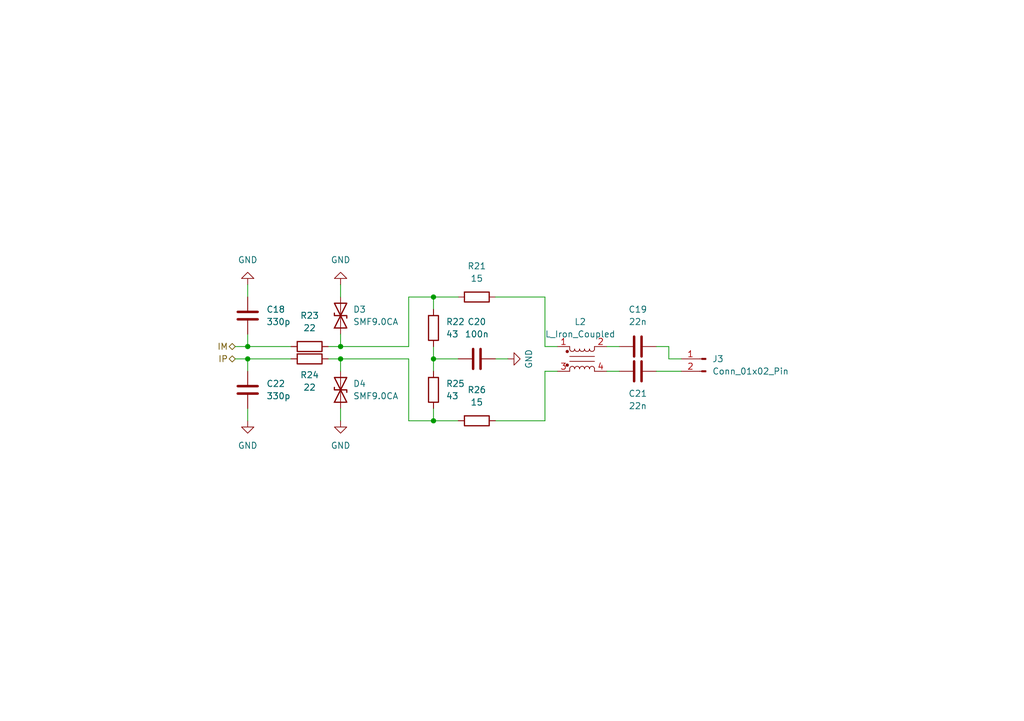
<source format=kicad_sch>
(kicad_sch (version 20231120) (generator "eeschema") (generator_version "8.0")
  (paper "A5")
  (lib_symbols
    (symbol "Connector:Conn_01x02_Pin" (pin_names (offset 1.016) hide)
      (property "Reference" "J" (at 0 2.54 0))
      (property "Value" "Conn_01x02_Pin" (at 0 -5.08 0))
      (symbol "Conn_01x02_Pin_1_1"
        (polyline (pts (xy 1.27 -2.54) (xy 0.8636 -2.54)) (stroke (width 0.1524)))
        (polyline (pts (xy 1.27 0) (xy 0.8636 0)) (stroke (width 0.1524)))
        (rectangle (start 0.8636 -2.413) (end 0 -2.667) (stroke (width 0.1524)) (fill (type outline)))
        (rectangle (start 0.8636 0.127) (end 0 -0.127) (stroke (width 0.1524)) (fill (type outline)))
        (pin passive line (at 5.08 0 180) (length 3.81) (name "Pin_1") (number "1"))
        (pin passive line (at 5.08 -2.54 180) (length 3.81) (name "Pin_2") (number "2"))
      )
    )
    (symbol "Device:C" (pin_numbers hide) (pin_names (offset 0.254))
      (property "Reference" "C" (at 0.635 2.54 0))
      (property "Value" "C" (at 0.635 -2.54 0))
      (symbol "C_0_1"
        (polyline (pts (xy -2.032 -0.762) (xy 2.032 -0.762)) (stroke (width 0.508)))
        (polyline (pts (xy -2.032 0.762) (xy 2.032 0.762)) (stroke (width 0.508)))
      )
      (symbol "C_1_1"
        (pin passive line (at 0 3.81 270) (length 2.794) (name "~") (number "1"))
        (pin passive line (at 0 -3.81 90) (length 2.794) (name "~") (number "2"))
      )
    )
    (symbol "Device:D_TVS" (pin_numbers hide) (pin_names (offset 1.016) hide)
      (property "Reference" "D" (at 0 2.54 0))
      (property "Value" "D_TVS" (at 0 -2.54 0))
      (symbol "D_TVS_0_1"
        (polyline (pts (xy 1.27 0) (xy -1.27 0)))
        (polyline (pts (xy 0.508 1.27) (xy 0 1.27) (xy 0 -1.27) (xy -0.508 -1.27)) (stroke (width 0.254)))
        (polyline (pts (xy -2.54 1.27) (xy -2.54 -1.27) (xy 2.54 1.27) (xy 2.54 -1.27) (xy -2.54 1.27)) (stroke (width 0.254)))
      )
      (symbol "D_TVS_1_1"
        (pin passive line (at -3.81 0 0) (length 2.54) (name "A1") (number "1"))
        (pin passive line (at 3.81 0 180) (length 2.54) (name "A2") (number "2"))
      )
    )
    (symbol "Device:L_Iron_Coupled" (pin_names (offset 0.254) hide)
      (property "Reference" "L" (at 0 4.445 0))
      (property "Value" "L_Iron_Coupled" (at 0 -4.445 0))
      (symbol "L_Iron_Coupled_0_1"
        (circle (center -3.048 -1.27) (radius 0.254) (fill (type outline)))
        (circle (center -3.048 1.524) (radius 0.254) (fill (type outline)))
        (arc (start -2.54 2.032) (mid -2.032 1.5262) (end -1.524 2.032))
        (arc (start -1.524 -2.032) (mid -2.032 -1.5262) (end -2.54 -2.032))
        (arc (start -1.524 2.032) (mid -1.016 1.5262) (end -0.508 2.032))
        (arc (start -0.508 -2.032) (mid -1.016 -1.5262) (end -1.524 -2.032))
        (arc (start -0.508 2.032) (mid 0 1.5262) (end 0.508 2.032))
        (polyline (pts (xy -2.54 -2.032) (xy -2.54 -2.54)))
        (polyline (pts (xy -2.54 0.508) (xy 2.54 0.508)))
        (polyline (pts (xy -2.54 2.032) (xy -2.54 2.54)))
        (polyline (pts (xy 2.54 -2.032) (xy 2.54 -2.54)))
        (polyline (pts (xy 2.54 -0.508) (xy -2.54 -0.508)))
        (polyline (pts (xy 2.54 2.54) (xy 2.54 2.032)))
        (arc (start 0.508 -2.032) (mid 0 -1.5262) (end -0.508 -2.032))
        (arc (start 0.508 2.032) (mid 1.016 1.5262) (end 1.524 2.032))
        (arc (start 1.524 -2.032) (mid 1.016 -1.5262) (end 0.508 -2.032))
        (arc (start 1.524 2.032) (mid 2.032 1.5262) (end 2.54 2.032))
        (arc (start 2.54 -2.032) (mid 2.032 -1.5262) (end 1.524 -2.032))
      )
      (symbol "L_Iron_Coupled_1_1"
        (pin passive line (at -5.08 2.54 0) (length 2.54) (name "1") (number "1"))
        (pin passive line (at 5.08 2.54 180) (length 2.54) (name "2") (number "2"))
        (pin passive line (at -5.08 -2.54 0) (length 2.54) (name "3") (number "3"))
        (pin passive line (at 5.08 -2.54 180) (length 2.54) (name "4") (number "4"))
      )
    )
    (symbol "Device:R" (pin_numbers hide) (pin_names (offset 0))
      (property "Reference" "R" (at 2.032 0 90))
      (property "Value" "R" (at 0 0 90))
      (symbol "R_0_1"
        (rectangle (start -1.016 -2.54) (end 1.016 2.54) (stroke (width 0.254)))
      )
      (symbol "R_1_1"
        (pin passive line (at 0 3.81 270) (length 1.27) (name "~") (number "1"))
        (pin passive line (at 0 -3.81 90) (length 1.27) (name "~") (number "2"))
      )
    )
    (symbol "power:GND" (power) (pin_numbers hide) (pin_names (offset 0) hide)
      (property "Value" "GND" (at 0 -3.81 0))
      (symbol "GND_0_1"
        (polyline (pts (xy 0 0) (xy 0 -1.27) (xy 1.27 -1.27) (xy 0 -2.54) (xy -1.27 -1.27) (xy 0 -1.27)))
      )
      (symbol "GND_1_1"
        (pin power_in line (at 0 0 270) (length 0) (name "~") (number "1"))
      )
    )
  )
  (junction (at 50.8 73.66))
  (junction (at 50.8 71.12))
  (junction (at 69.85 71.12))
  (junction (at 88.9 73.66))
  (junction (at 88.9 86.36))
  (junction (at 69.85 73.66))
  (junction (at 88.9 60.96))
  (wire (pts (xy 69.85 83.82) (xy 69.85 86.36)))
  (wire (pts (xy 67.31 71.12) (xy 69.85 71.12)))
  (wire (pts (xy 48.26 71.12) (xy 50.8 71.12)))
  (wire (pts (xy 50.8 60.96) (xy 50.8 58.42)))
  (wire (pts (xy 124.46 71.12) (xy 127 71.12)))
  (wire (pts (xy 69.85 60.96) (xy 69.85 58.42)))
  (wire (pts (xy 83.82 86.36) (xy 83.82 73.66)))
  (wire (pts (xy 101.6 86.36) (xy 111.76 86.36)))
  (wire (pts (xy 88.9 73.66) (xy 93.98 73.66)))
  (wire (pts (xy 88.9 60.96) (xy 88.9 63.5)))
  (wire (pts (xy 88.9 60.96) (xy 93.98 60.96)))
  (wire (pts (xy 50.8 68.58) (xy 50.8 71.12)))
  (wire (pts (xy 50.8 73.66) (xy 59.69 73.66)))
  (wire (pts (xy 83.82 71.12) (xy 83.82 60.96)))
  (wire (pts (xy 48.26 73.66) (xy 50.8 73.66)))
  (wire (pts (xy 111.76 71.12) (xy 114.3 71.12)))
  (wire (pts (xy 50.8 71.12) (xy 59.69 71.12)))
  (wire (pts (xy 69.85 76.2) (xy 69.85 73.66)))
  (wire (pts (xy 101.6 73.66) (xy 104.14 73.66)))
  (wire (pts (xy 50.8 83.82) (xy 50.8 86.36)))
  (wire (pts (xy 134.62 71.12) (xy 137.16 71.12)))
  (wire (pts (xy 124.46 76.2) (xy 127 76.2)))
  (wire (pts (xy 111.76 60.96) (xy 101.6 60.96)))
  (wire (pts (xy 88.9 86.36) (xy 93.98 86.36)))
  (wire (pts (xy 50.8 73.66) (xy 50.8 76.2)))
  (wire (pts (xy 69.85 71.12) (xy 69.85 68.58)))
  (wire (pts (xy 111.76 71.12) (xy 111.76 60.96)))
  (wire (pts (xy 69.85 73.66) (xy 67.31 73.66)))
  (wire (pts (xy 88.9 73.66) (xy 88.9 76.2)))
  (wire (pts (xy 69.85 71.12) (xy 83.82 71.12)))
  (wire (pts (xy 88.9 71.12) (xy 88.9 73.66)))
  (wire (pts (xy 88.9 83.82) (xy 88.9 86.36)))
  (wire (pts (xy 83.82 60.96) (xy 88.9 60.96)))
  (wire (pts (xy 111.76 76.2) (xy 114.3 76.2)))
  (wire (pts (xy 83.82 73.66) (xy 69.85 73.66)))
  (wire (pts (xy 111.76 86.36) (xy 111.76 76.2)))
  (wire (pts (xy 88.9 86.36) (xy 83.82 86.36)))
  (wire (pts (xy 139.7 73.66) (xy 137.16 73.66)))
  (wire (pts (xy 134.62 76.2) (xy 139.7 76.2)))
  (wire (pts (xy 137.16 73.66) (xy 137.16 71.12)))
  (hierarchical_label "IM" (shape bidirectional) (at 48.26 71.12 180))
  (hierarchical_label "IP" (shape bidirectional) (at 48.26 73.66 180))
  (symbol (lib_id "Device:L_Iron_Coupled") (at 119.38 73.66 0) (unit 1)
    (property "Reference" "L2" (at 118.999 66.04 0))
    (property "Value" "L_Iron_Coupled" (at 118.999 68.58 0))
    (property "Description" "Coupled inductor with iron core" (effects (hide yes)))
  )
  (symbol (lib_id "power:GND") (at 104.14 73.66 90) (unit 1)
    (property "Reference" "#PWR017" (effects (hide yes)))
    (property "Value" "GND" (at 108.458 73.66 0))
    (property "Description" "Power symbol creates a global label with name \"GND\" , ground" (effects (hide yes)))
    (instances (project "bms-segment" (path "" (reference "#PWR017") (unit 1)) (path "" (reference "#PWR014") (unit 1))))
  )
  (symbol (lib_id "Device:C") (at 50.8 80.01 0) (unit 1)
    (property "Reference" "C22" (at 54.61 78.7399 0) (effects (justify left)))
    (property "Value" "330p" (at 54.61 81.2799 0) (effects (justify left)))
    (property "Description" "Unpolarized capacitor" (effects (hide yes)))
  )
  (symbol (lib_id "Device:R") (at 88.9 67.31 0) (unit 1)
    (property "Reference" "R22" (at 91.44 66.0399 0) (effects (justify left)))
    (property "Value" "43" (at 91.44 68.5799 0) (effects (justify left)))
    (property "Description" "Resistor" (effects (hide yes)))
    (instances (project "bms-segment" (path "" (reference "R22") (unit 1)) (path "" (reference "R18") (unit 1))))
  )
  (symbol (lib_id "Device:R") (at 97.79 60.96 90) (unit 1)
    (property "Reference" "R21" (at 97.79 54.61 90))
    (property "Value" "15" (at 97.79 57.15 90))
    (property "Description" "Resistor" (effects (hide yes)))
  )
  (symbol (lib_id "power:GND") (at 69.85 58.42 180) (unit 1)
    (property "Reference" "#PWR016" (effects (hide yes)))
    (property "Value" "GND" (at 69.85 53.34 0))
    (property "Description" "Power symbol creates a global label with name \"GND\" , ground" (effects (hide yes)))
    (instances (project "bms-segment" (path "" (reference "#PWR016") (unit 1)) (path "" (reference "#PWR012") (unit 1))))
  )
  (symbol (lib_id "Device:R") (at 88.9 80.01 0) (unit 1)
    (property "Reference" "R25" (at 91.44 78.7399 0) (effects (justify left)))
    (property "Value" "43" (at 91.44 81.2799 0) (effects (justify left)))
    (property "Description" "Resistor" (effects (hide yes)))
  )
  (symbol (lib_id "power:GND") (at 69.85 86.36 0) (unit 1)
    (property "Reference" "#PWR019" (effects (hide yes)))
    (property "Value" "GND" (at 69.85 91.44 0))
    (property "Description" "Power symbol creates a global label with name \"GND\" , ground" (effects (hide yes)))
    (instances (project "bms-segment" (path "" (reference "#PWR019") (unit 1)) (path "" (reference "#PWR013") (unit 1))))
  )
  (symbol (lib_id "Device:C") (at 97.79 73.66 90) (unit 1)
    (property "Reference" "C20" (at 97.79 66.04 90))
    (property "Value" "100n" (at 97.79 68.58 90))
    (property "Description" "Unpolarized capacitor" (effects (hide yes)))
    (instances (project "bms-segment" (path "" (reference "C20") (unit 1)) (path "" (reference "C15") (unit 1))))
  )
  (symbol (lib_id "power:GND") (at 50.8 58.42 180) (unit 1)
    (property "Reference" "#PWR015" (effects (hide yes)))
    (property "Value" "GND" (at 50.8 53.34 0))
    (property "Description" "Power symbol creates a global label with name \"GND\" , ground" (effects (hide yes)))
    (instances (project "bms-segment" (path "" (reference "#PWR015") (unit 1)) (path "" (reference "#PWR011") (unit 1))))
  )
  (symbol (lib_id "Device:D_TVS") (at 69.85 64.77 90) (unit 1)
    (property "Reference" "D3" (at 72.39 63.4999 90) (effects (justify right)))
    (property "Value" "SMF9.0CA" (at 72.39 66.0399 90) (effects (justify right)))
    (property "Description" "Bidirectional transient-voltage-suppression diode" (effects (hide yes)))
    (property "LCSC" "C19077504" (effects (hide yes)))
    (instances (project "bms-segment" (path "" (reference "D3") (unit 1)) (path "" (reference "D2") (unit 1))))
  )
  (symbol (lib_id "Device:R") (at 63.5 71.12 90) (unit 1)
    (property "Reference" "R23" (at 63.5 64.77 90))
    (property "Value" "22" (at 63.5 67.31 90))
    (property "Description" "Resistor" (effects (hide yes)))
  )
  (symbol (lib_id "Device:C") (at 50.8 64.77 0) (unit 1)
    (property "Reference" "C18" (at 54.61 63.4999 0) (effects (justify left)))
    (property "Value" "330p" (at 54.61 66.0399 0) (effects (justify left)))
    (property "Description" "Unpolarized capacitor" (effects (hide yes)))
    (instances (project "bms-segment" (path "" (reference "C18") (unit 1)) (path "" (reference "C14") (unit 1))))
  )
  (symbol (lib_id "power:GND") (at 50.8 86.36 0) (unit 1)
    (property "Reference" "#PWR018" (effects (hide yes)))
    (property "Value" "GND" (at 50.8 91.44 0))
    (property "Description" "Power symbol creates a global label with name \"GND\" , ground" (effects (hide yes)))
  )
  (symbol (lib_id "Device:R") (at 63.5 73.66 90) (unit 1)
    (property "Reference" "R24" (at 63.5 76.962 90))
    (property "Value" "22" (at 63.5 79.502 90))
    (property "Description" "Resistor" (effects (hide yes)))
    (instances (project "bms-segment" (path "" (reference "R24") (unit 1)) (path "" (reference "R16") (unit 1))))
  )
  (symbol (lib_id "Device:R") (at 97.79 86.36 90) (unit 1)
    (property "Reference" "R26" (at 97.79 80.01 90))
    (property "Value" "15" (at 97.79 82.55 90))
    (property "Description" "Resistor" (effects (hide yes)))
    (instances (project "bms-segment" (path "" (reference "R26") (unit 1)) (path "" (reference "R20") (unit 1))))
  )
  (symbol (lib_id "Device:C") (at 130.81 71.12 90) (unit 1)
    (property "Reference" "C19" (at 130.81 63.5 90))
    (property "Value" "22n" (at 130.81 66.04 90))
    (property "Description" "Unpolarized capacitor" (effects (hide yes)))
    (instances (project "bms-segment" (path "" (reference "C19") (unit 1)) (path "" (reference "C17") (unit 1))))
  )
  (symbol (lib_id "Connector:Conn_01x02_Pin") (at 144.78 73.66 0) (mirror y) (unit 1)
    (property "Reference" "J3" (at 146.05 73.6599 0) (effects (justify right)))
    (property "Value" "Conn_01x02_Pin" (at 146.05 76.1999 0) (effects (justify right)))
    (property "Description" "Generic connector, single row, 01x02, script generated" (effects (hide yes)))
  )
  (symbol (lib_id "Device:D_TVS") (at 69.85 80.01 90) (unit 1)
    (property "Reference" "D4" (at 72.39 78.7399 90) (effects (justify right)))
    (property "Value" "SMF9.0CA" (at 72.39 81.2799 90) (effects (justify right)))
    (property "Description" "Bidirectional transient-voltage-suppression diode" (effects (hide yes)))
    (property "LCSC" "C19077504" (effects (hide yes)))
  )
  (symbol (lib_id "Device:C") (at 130.81 76.2 90) (unit 1)
    (property "Reference" "C21" (at 130.81 80.772 90))
    (property "Value" "22n" (at 130.81 83.312 90))
    (property "Description" "Unpolarized capacitor" (effects (hide yes)))
  )
)
</source>
